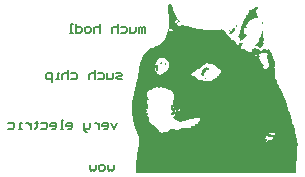
<source format=gbo>
G04*
G04 #@! TF.GenerationSoftware,Altium Limited,Altium Designer,21.9.1 (22)*
G04*
G04 Layer_Color=32896*
%FSLAX25Y25*%
%MOIN*%
G70*
G04*
G04 #@! TF.SameCoordinates,0F29A8BA-E8F9-4293-BDD9-90E20D7A2386*
G04*
G04*
G04 #@! TF.FilePolarity,Positive*
G04*
G01*
G75*
%ADD49C,0.00500*%
G36*
X342637Y186128D02*
X342658Y186021D01*
X342722Y186000D01*
X342744Y185936D01*
X342829Y185893D01*
X342915Y185808D01*
X343000Y185765D01*
X343064Y185701D01*
X343107Y185530D01*
X343000Y185337D01*
X342915Y185295D01*
X342808Y185188D01*
X342765Y185102D01*
X342637Y184803D01*
X342594Y184547D01*
X342466Y184419D01*
X342509Y184120D01*
X342594Y184034D01*
X342637Y183949D01*
X342808Y183778D01*
X342851Y183607D01*
X342808Y183351D01*
X342765Y183222D01*
X342808Y183180D01*
X342765Y183137D01*
X342915Y182945D01*
X343000Y182987D01*
X343128Y182945D01*
X343342Y182902D01*
X343363Y182838D01*
X343278Y182752D01*
X343235Y182496D01*
X343171Y182389D01*
X342957Y182304D01*
X342701Y182218D01*
X342530Y182175D01*
X342359Y182218D01*
X342081Y182239D01*
X341932Y182175D01*
X341868Y182111D01*
X341825Y182026D01*
X341761Y181962D01*
X341462Y181791D01*
X341376Y181705D01*
X341035Y181791D01*
X340757Y181684D01*
X340693Y181620D01*
X340607Y181577D01*
X340543Y181513D01*
X340500Y181428D01*
X340287Y181214D01*
X340244Y181128D01*
X340052Y180936D01*
X339945Y180915D01*
X339902Y180787D01*
X340030Y180488D01*
X339988Y180402D01*
X339881Y180295D01*
X339582Y180124D01*
X339475Y180017D01*
X339432Y179932D01*
X339368Y179868D01*
X339154Y179740D01*
X339090Y179676D01*
X339133Y179376D01*
X339389Y179248D01*
X339411Y179141D01*
X339282Y179013D01*
X338941Y179056D01*
X338855Y179099D01*
X338471Y178885D01*
X338364Y178778D01*
X338406Y178607D01*
X338535Y178522D01*
X338577Y178351D01*
X338535Y178223D01*
X338406Y178009D01*
X338428Y177432D01*
X338406Y177197D01*
X338535Y176983D01*
X338642Y176877D01*
X339090Y176770D01*
X339304Y176727D01*
X339389Y176684D01*
X339325Y176321D01*
X339112Y175979D01*
X339005Y175873D01*
X338941Y175637D01*
X338877Y175573D01*
X338855Y175509D01*
X338684Y175467D01*
X338471Y175338D01*
X338300Y175125D01*
X338086Y175039D01*
X337915Y174996D01*
X337787Y174954D01*
X337488Y174911D01*
X337402Y174697D01*
X337360Y174655D01*
X337296Y174719D01*
X337338Y175018D01*
X337146Y175381D01*
X337060Y175424D01*
X336825Y175659D01*
X336783Y175744D01*
X336697Y175958D01*
X336654Y176086D01*
X336740Y176300D01*
X336761Y176407D01*
X336740Y176513D01*
X336954Y176898D01*
X337039Y176983D01*
X337167Y177283D01*
X337253Y177582D01*
X337296Y177881D01*
X337338Y178351D01*
X337552Y178650D01*
X337595Y178821D01*
X337637Y179120D01*
X337680Y179547D01*
X337723Y179676D01*
X337851Y179889D01*
X337979Y180017D01*
X338022Y180103D01*
X338150Y180231D01*
X338193Y180402D01*
X338278Y180701D01*
X338321Y180872D01*
X338428Y181363D01*
X338577Y181598D01*
X338663Y181812D01*
X338706Y181983D01*
X338748Y182239D01*
X338812Y182304D01*
X338983Y182346D01*
X339090Y182453D01*
Y182496D01*
X339112Y182517D01*
X339133Y182539D01*
X339090Y182667D01*
X339133Y182923D01*
X339240Y183030D01*
X339325Y183073D01*
X339560Y183265D01*
X339603Y183351D01*
X339817Y183650D01*
X339924Y183927D01*
X340073Y184248D01*
X340159Y184333D01*
X340265Y184611D01*
X340329Y184675D01*
X340351Y184739D01*
X340522Y184782D01*
X340778Y184825D01*
X340928Y184932D01*
X340970Y185017D01*
X341056Y185102D01*
X341077Y185167D01*
X341419Y185252D01*
X341675Y185295D01*
X341911Y185530D01*
X341953Y185615D01*
X342060Y185765D01*
X342445Y185978D01*
X342509Y186043D01*
X342551Y186171D01*
X342573Y186192D01*
X342637Y186128D01*
D02*
G37*
G36*
X314071Y186919D02*
X314199Y186790D01*
X314284Y186748D01*
X314562Y186214D01*
X314648Y186000D01*
X314690Y185829D01*
X314755Y185594D01*
X314861Y185316D01*
X314926Y184996D01*
X315139Y184654D01*
X315289Y184504D01*
X315353Y184227D01*
X315395Y183885D01*
X315460Y183564D01*
X315524Y183415D01*
X315631Y183393D01*
X315652Y183329D01*
X315866Y183244D01*
X315930Y183180D01*
X316015Y182880D01*
X316058Y182581D01*
X316079Y182218D01*
X316058Y182197D01*
X316101Y182069D01*
X316122Y181962D01*
X316186Y181940D01*
X316207Y181876D01*
X316400Y181769D01*
X316421Y181663D01*
X316122Y181620D01*
X316037Y181577D01*
X315994Y181620D01*
X315908Y181534D01*
X315780Y181492D01*
X315631Y181342D01*
X315673Y180872D01*
X315823Y180680D01*
X316143Y180530D01*
X316101Y180402D01*
X316143Y180274D01*
X316207Y179953D01*
X316293Y179825D01*
X316378Y179782D01*
X316507Y179654D01*
X316806Y179569D01*
X317147Y179612D01*
X317404Y179740D01*
X317532Y179697D01*
X317575Y179740D01*
X317703Y179697D01*
X318088Y179740D01*
X318301Y179825D01*
X318494Y179804D01*
X318515Y179740D01*
X318600Y179697D01*
X318686Y179612D01*
X318857Y179569D01*
X318985Y179526D01*
X319156Y179483D01*
X320032Y179419D01*
X320246Y179376D01*
X320609Y179270D01*
X320822Y179184D01*
X321100Y179077D01*
X321442Y178992D01*
X321912Y178864D01*
X322254Y178735D01*
X322831Y178671D01*
X323344Y178543D01*
X323792Y178436D01*
X324006Y178394D01*
X326228Y178351D01*
X326741Y178308D01*
X327403Y178287D01*
X327531Y178330D01*
X328407Y178308D01*
X329070Y178330D01*
X329198Y178287D01*
X330138Y178244D01*
X330266Y178201D01*
X330651Y178244D01*
X330950Y178372D01*
X331591Y178330D01*
X331719Y178287D01*
X331933Y178159D01*
X332082Y178009D01*
X332125Y177924D01*
X332296Y177753D01*
X332381Y177539D01*
X332595Y177154D01*
X332766Y176898D01*
X332894Y176684D01*
X332958Y176620D01*
X333257Y176449D01*
X333450Y176086D01*
X333834Y175701D01*
X333877Y175616D01*
X334112Y175381D01*
X334197Y175338D01*
X334539Y174996D01*
X334625Y174954D01*
X334710Y174868D01*
X335180Y174697D01*
X335373Y174505D01*
X335415Y174420D01*
X335608Y174185D01*
X335672Y174120D01*
X335714Y174035D01*
X335800Y173950D01*
X335928Y173736D01*
X336120Y173501D01*
X336248Y173373D01*
X336548Y173287D01*
X336740Y173394D01*
X336783Y173479D01*
X336975Y173757D01*
X337060Y173800D01*
X337189Y173928D01*
X337360Y173971D01*
X337530Y173928D01*
X337595Y173864D01*
X337445Y173757D01*
X337381Y173522D01*
X337402Y173287D01*
X337530Y173245D01*
X337723Y173351D01*
X337744Y173586D01*
X337723Y173693D01*
X337766Y173736D01*
X337723Y173779D01*
X337979Y173821D01*
X338129Y174014D01*
X338321Y173992D01*
X338342Y173885D01*
X338236Y173736D01*
X337894Y173394D01*
X337851Y173266D01*
X337701Y173073D01*
X337488Y172988D01*
X337381Y172881D01*
X337424Y172582D01*
X337616Y172347D01*
X337958Y172005D01*
X338236Y171898D01*
X338513Y171877D01*
X338642Y171920D01*
X338855Y171877D01*
X338919Y171813D01*
X338962Y171728D01*
X339090Y171599D01*
X339112Y171535D01*
X339197Y171493D01*
X339539Y171279D01*
X339817Y171172D01*
X339966Y171108D01*
X340265Y170937D01*
X340393Y170852D01*
X340372Y170830D01*
X340735Y170681D01*
X340949Y170723D01*
X341013Y170787D01*
X341056Y170958D01*
X341141Y171514D01*
X341248Y171706D01*
X341291Y171663D01*
X341419Y171792D01*
X341675Y171834D01*
X341889Y171962D01*
X341953Y172027D01*
X341975Y172091D01*
X342145Y172133D01*
X342445Y172091D01*
X342658Y172005D01*
X342829Y171962D01*
X343513Y171920D01*
X343812Y171364D01*
X343898Y171321D01*
X344026Y171279D01*
X344453Y171321D01*
X344538Y171407D01*
X344624Y171450D01*
X344731Y171599D01*
X344880Y171749D01*
X344966Y171792D01*
X345051Y171877D01*
X345137Y171920D01*
X345350Y172005D01*
X345692Y171962D01*
X345799Y171856D01*
X345842Y171343D01*
X345991Y171193D01*
X346205Y171236D01*
X346312Y171428D01*
X346376Y171663D01*
X346590Y171749D01*
X346761Y171706D01*
X346867Y171642D01*
X346889Y171578D01*
X346974Y171535D01*
X347081Y171428D01*
X347124Y171343D01*
X347893Y170104D01*
X347978Y169805D01*
X348192Y169249D01*
X348256Y169014D01*
X348534Y168480D01*
X348577Y168053D01*
X348748Y167668D01*
X348683Y167348D01*
X348662Y167155D01*
X348705Y167027D01*
X348748Y166472D01*
X348705Y166001D01*
X348662Y165873D01*
X348705Y165403D01*
X348748Y165275D01*
X348705Y164591D01*
X348748Y164463D01*
X348812Y162946D01*
X348897Y162433D01*
X348961Y162198D01*
X349004Y162113D01*
X349175Y161856D01*
X349367Y161322D01*
X349474Y161045D01*
X349517Y160874D01*
X349944Y159976D01*
X350029Y159763D01*
X350115Y159421D01*
X350222Y159143D01*
X350393Y158887D01*
X350457Y158823D01*
X351098Y157583D01*
X351183Y157498D01*
X351311Y157284D01*
X351397Y157071D01*
X351653Y156515D01*
X351717Y156152D01*
X351846Y155810D01*
X351888Y155725D01*
X351952Y155703D01*
X351995Y155618D01*
X352081Y155532D01*
X352123Y155404D01*
X352252Y155105D01*
X352358Y154827D01*
X352444Y154613D01*
X352551Y154378D01*
X352636Y154165D01*
X352700Y153631D01*
X352850Y153267D01*
X352935Y152968D01*
X352999Y152733D01*
X353106Y152455D01*
X353149Y152156D01*
X353277Y151729D01*
X353320Y151302D01*
X353512Y151067D01*
X353747Y150746D01*
X353790Y150575D01*
X353833Y150276D01*
X353875Y150105D01*
X354089Y149635D01*
X354153Y149357D01*
X354303Y148866D01*
X354367Y148332D01*
X354452Y148118D01*
X354495Y147947D01*
X354559Y147755D01*
X354623Y147221D01*
X354773Y146986D01*
X354944Y146815D01*
X355029Y146516D01*
X355072Y146217D01*
X355243Y145960D01*
X355328Y145618D01*
X355371Y145362D01*
X355627Y144807D01*
X355606Y144059D01*
X355649Y143845D01*
X355713Y143653D01*
X355755Y143482D01*
X355713Y143311D01*
X355755Y142884D01*
X355969Y142414D01*
X356055Y142200D01*
X356033Y141751D01*
X356076Y141538D01*
X356119Y141367D01*
X356268Y141089D01*
X356311Y140918D01*
X356397Y140320D01*
X356332Y138675D01*
X356290Y138119D01*
X356268Y138012D01*
X356311Y137884D01*
X356290Y137264D01*
X356311Y136730D01*
X356268Y136602D01*
X356311Y136175D01*
X356332Y136068D01*
X356247Y135598D01*
X356097Y135107D01*
X356055Y134935D01*
X355991Y134230D01*
X355948Y134060D01*
X355841Y133696D01*
X355798Y131603D01*
X355841Y131303D01*
X355820Y130598D01*
X302640Y130620D01*
X302597Y132970D01*
X302640Y133098D01*
X302683Y134765D01*
X302726Y134893D01*
X302768Y136004D01*
X302811Y136132D01*
X302854Y136730D01*
X302896Y136858D01*
X303003Y137521D01*
X303067Y137756D01*
X303196Y138183D01*
X303238Y138482D01*
X303345Y138931D01*
X303431Y139358D01*
X303473Y139615D01*
X303559Y140042D01*
X303602Y141068D01*
X303623Y141687D01*
X303580Y141815D01*
X303538Y142328D01*
X303409Y142627D01*
X303367Y142798D01*
X303281Y143097D01*
X303110Y143482D01*
X303003Y143760D01*
X302896Y143995D01*
X302768Y144294D01*
X302490Y145084D01*
X302448Y145255D01*
X302298Y145618D01*
X302213Y145918D01*
X302170Y146089D01*
X301999Y146644D01*
X301956Y146815D01*
X301871Y147114D01*
X301743Y147627D01*
X301636Y147905D01*
X301551Y148247D01*
X301508Y148631D01*
X301444Y149037D01*
X301358Y149251D01*
X301230Y150148D01*
X301187Y150832D01*
X301166Y151323D01*
X301251Y151836D01*
X301273Y152156D01*
X301230Y152285D01*
X301187Y152541D01*
X301102Y152755D01*
X301145Y153951D01*
X301187Y154122D01*
X301230Y154421D01*
X301294Y154955D01*
X301379Y155169D01*
X301529Y155447D01*
X301572Y156045D01*
X301700Y156344D01*
X301785Y156643D01*
X301828Y157071D01*
X301871Y157412D01*
X301956Y157626D01*
X302021Y157989D01*
X302063Y158160D01*
X302149Y158673D01*
X302277Y159314D01*
X302405Y159656D01*
X302469Y159891D01*
X302576Y160382D01*
X302619Y160596D01*
X302683Y160788D01*
X302811Y161087D01*
X302875Y161365D01*
X302918Y161536D01*
X302982Y161771D01*
X303067Y162070D01*
X303196Y162797D01*
X303238Y163224D01*
X303324Y163737D01*
X303367Y163908D01*
X303431Y164313D01*
X303452Y164591D01*
X303409Y164719D01*
X303473Y165168D01*
X303516Y165382D01*
X303559Y165766D01*
X303602Y166023D01*
X303644Y166236D01*
X303730Y166578D01*
X303772Y166792D01*
X303858Y167134D01*
X303922Y167369D01*
X304221Y168010D01*
X304478Y168565D01*
X304563Y168865D01*
X304627Y169099D01*
X304884Y169527D01*
X305140Y170040D01*
X305290Y170275D01*
X305589Y170659D01*
X305802Y170873D01*
X305845Y170958D01*
X306037Y171193D01*
X306379Y171535D01*
X306465Y171578D01*
X306721Y171749D01*
X306977Y171792D01*
X307618Y172091D01*
X308088Y172304D01*
X308687Y172518D01*
X309242Y172774D01*
X309328Y172817D01*
X309370D01*
X309755Y173031D01*
X310097Y173245D01*
X310396Y173415D01*
X310481Y173501D01*
X310567Y173544D01*
X310652Y173629D01*
X310738Y173672D01*
X310823Y173757D01*
X310909Y173800D01*
X311656Y174548D01*
X311699Y174633D01*
X311785Y174719D01*
X311827Y174804D01*
X312041Y175018D01*
X312169Y175232D01*
X312340Y175488D01*
X312383Y175573D01*
X312682Y176214D01*
X312938Y176813D01*
X313002Y177090D01*
X313024Y177283D01*
X312981Y177411D01*
X313024Y177624D01*
X313195Y177881D01*
X313216Y178201D01*
X313195Y178607D01*
X313366Y178906D01*
X313451Y179206D01*
X313515Y179526D01*
X313558Y179868D01*
X313601Y180295D01*
X313622Y181043D01*
X313579Y181171D01*
X313537Y182966D01*
X313494Y183094D01*
X313430Y183415D01*
X313366Y183607D01*
X313323Y183778D01*
X313280Y184205D01*
X313259Y184739D01*
X313280Y185829D01*
X313238Y185872D01*
X313280Y186000D01*
X313323Y186342D01*
X313579Y186812D01*
X313686Y186919D01*
X313857Y186961D01*
X314071Y186919D01*
D02*
G37*
G36*
X316635Y181577D02*
X316870Y181513D01*
X316977Y181449D01*
X316998Y181428D01*
X317126Y181128D01*
X317062Y180979D01*
X316891Y180936D01*
X316549Y181064D01*
X316507Y181235D01*
X316485Y181598D01*
X316507Y181620D01*
X316635Y181577D01*
D02*
G37*
G36*
X316400Y180829D02*
X316357Y180573D01*
X316314Y180530D01*
X316293Y180509D01*
X316186Y180573D01*
X316229Y180744D01*
X316293Y180851D01*
X316400Y180829D01*
D02*
G37*
G36*
X344774Y180701D02*
X344795Y180594D01*
X344752Y180423D01*
X344624Y180295D01*
X344474Y180316D01*
X344453Y180423D01*
X344538Y180637D01*
X344624Y180680D01*
X344645Y180701D01*
X344709Y180765D01*
X344774Y180701D01*
D02*
G37*
G36*
X336676Y180124D02*
X336697Y179932D01*
X336590Y179825D01*
X336334Y179782D01*
X336248Y179569D01*
X336227Y179547D01*
X336270Y179419D01*
X336227Y179291D01*
X336078Y179270D01*
X336014Y179334D01*
X335992Y179355D01*
X335928Y179547D01*
X335971Y179761D01*
X336120Y179953D01*
X336206Y179996D01*
X336590Y180167D01*
X336676Y180124D01*
D02*
G37*
G36*
X344731Y178308D02*
X344709Y178287D01*
X344667Y178244D01*
X344645Y178308D01*
X344709Y178372D01*
X344731Y178308D01*
D02*
G37*
G36*
X333791Y178137D02*
X333877Y178052D01*
X333813Y177945D01*
X333685Y177902D01*
X333535Y178052D01*
X333599Y178116D01*
X333770Y178159D01*
X333791Y178137D01*
D02*
G37*
G36*
X335458Y178693D02*
X335415Y178565D01*
X335458Y178265D01*
X335501Y178137D01*
X335458Y177924D01*
X335266Y177731D01*
X335202Y177710D01*
X335159Y177624D01*
X334924Y177389D01*
X334838Y177347D01*
X334796Y177304D01*
X334774Y177283D01*
X334518Y177026D01*
X334496Y176962D01*
X334411Y176919D01*
X334112Y176791D01*
X333770Y176834D01*
X333578Y176983D01*
X333535Y177197D01*
X333706Y177496D01*
X333770Y177603D01*
X333834Y177624D01*
X333856Y177689D01*
X333941Y177731D01*
X334069Y177774D01*
X334240Y177817D01*
X334368Y177859D01*
X334561Y177966D01*
X334603Y178265D01*
X334518Y178479D01*
X334582Y178586D01*
X334988Y178735D01*
X335308Y178842D01*
X335458Y178693D01*
D02*
G37*
G36*
X337680Y173779D02*
X337659Y173757D01*
X337637Y173779D01*
X337659Y173800D01*
X337680Y173779D01*
D02*
G37*
G36*
X344731Y177710D02*
X344816Y177496D01*
X344902Y176727D01*
X344859Y176684D01*
X344902Y176556D01*
X344838Y176150D01*
X344795Y175937D01*
X344731Y175873D01*
X344688Y175573D01*
X344752Y175509D01*
X344816Y175531D01*
X344838Y175595D01*
X345137Y175424D01*
X345180Y175253D01*
X345201Y175103D01*
X345158Y174975D01*
X345094Y174697D01*
X344966Y174355D01*
X344944Y174078D01*
X345030Y173864D01*
X344902Y173650D01*
X344838Y173501D01*
X344902Y173266D01*
X344880Y173116D01*
X344795Y173073D01*
X344667Y172945D01*
X344581Y172903D01*
X344453Y172774D01*
X344368Y172732D01*
X344282Y172646D01*
X344197Y172603D01*
X344068Y172475D01*
X343812Y172347D01*
X343684Y172390D01*
X343513Y172433D01*
X343214Y172646D01*
X343128Y172689D01*
X342915Y172817D01*
X342573Y172774D01*
X342380Y172924D01*
X342338Y173095D01*
X342423Y173309D01*
X342551Y173437D01*
X342594Y173522D01*
X342765Y173693D01*
X342808Y173779D01*
X343021Y173992D01*
X343363Y174676D01*
Y174719D01*
X343492Y175018D01*
X343534Y175189D01*
X343620Y175402D01*
X343812Y175637D01*
X343919Y175744D01*
X344004Y175958D01*
X344111Y176236D01*
X344175Y176300D01*
X344282Y176577D01*
X344346Y176813D01*
X344389Y177154D01*
X344346Y177197D01*
X344389Y177325D01*
X344453Y177603D01*
X344496Y177689D01*
X344581Y177731D01*
X344624Y177774D01*
X344731Y177710D01*
D02*
G37*
%LPC*%
G36*
X314584Y178629D02*
X314199Y178586D01*
X314156D01*
X313814Y178543D01*
X313708Y178479D01*
X313686Y178415D01*
X313622Y178394D01*
X313601Y178201D01*
X313686Y177988D01*
X313814Y177859D01*
X314114Y177902D01*
X314242Y177945D01*
X314370Y177902D01*
X314584Y177988D01*
X314690Y178094D01*
X314648Y178565D01*
X314584Y178629D01*
D02*
G37*
G36*
X342487Y170040D02*
X342445Y169997D01*
X342402D01*
X342274Y169954D01*
X342210Y169847D01*
X342295Y169805D01*
X342338Y169719D01*
X342530Y169655D01*
X342744Y169698D01*
X342851Y169762D01*
X342808Y169847D01*
X342701Y169954D01*
X342487Y170040D01*
D02*
G37*
G36*
X344880Y170681D02*
X344368Y170638D01*
X344154Y170552D01*
X343769Y170339D01*
X343577Y170189D01*
X343534Y170018D01*
X343577Y169847D01*
X343705Y169548D01*
X343791Y169334D01*
X343748Y169164D01*
X343663Y169121D01*
X343620Y169035D01*
X343577Y168907D01*
X343620Y168693D01*
X343748Y168565D01*
X343791Y168095D01*
X344068Y167732D01*
X344132Y167711D01*
X344175Y167625D01*
X344517Y167283D01*
X344560Y167198D01*
X344816Y166728D01*
X345030Y166514D01*
X344987Y166172D01*
X344944Y166044D01*
X344987Y165831D01*
X345244Y165360D01*
X345436Y165126D01*
X345607Y165083D01*
X345884Y165232D01*
X345906Y165296D01*
X345991Y165339D01*
X346376Y165724D01*
X346461Y165766D01*
X346696Y166001D01*
X346739Y166172D01*
X346696Y167241D01*
X346654Y167369D01*
X346696Y167497D01*
X346654Y167924D01*
X346568Y168138D01*
X346504Y168416D01*
X346461Y168587D01*
X346355Y168736D01*
X346290Y168843D01*
X346226Y168865D01*
X346290Y169783D01*
X346355Y170018D01*
X346376Y170125D01*
X346355Y170232D01*
Y170275D01*
X346312Y170360D01*
X346205Y170467D01*
X346077Y170510D01*
X345778Y170381D01*
X345521Y170552D01*
X345308Y170638D01*
X344880Y170681D01*
D02*
G37*
G36*
X311464Y168800D02*
X311336Y168758D01*
X310481Y168715D01*
X309926Y168416D01*
X309819Y168352D01*
X309776Y168266D01*
X309563Y168053D01*
X309520Y167967D01*
X309221Y167412D01*
X309050Y167155D01*
X309007Y166856D01*
X309050Y166600D01*
X309114Y166536D01*
X309370Y166578D01*
X309627Y167048D01*
X309926Y167219D01*
X310075Y167454D01*
X310139Y167518D01*
X310268Y167476D01*
X310332Y167412D01*
X310310Y167134D01*
X310139Y167091D01*
X309990Y167027D01*
X309947Y166856D01*
X309840Y166407D01*
X309755Y166066D01*
X309734Y165660D01*
X309776Y165531D01*
X309905Y165019D01*
X309862Y164591D01*
X309755Y164485D01*
X309584Y164442D01*
X309541Y164485D01*
X309520Y164506D01*
X309306Y164890D01*
X309199Y164997D01*
X309114Y165040D01*
X309071Y165211D01*
X309093Y165660D01*
X308943Y165852D01*
X308836Y165873D01*
X308751Y165788D01*
X308708Y165617D01*
X308751Y165147D01*
X308964Y164933D01*
X309007Y164762D01*
X309071Y164527D01*
X309135Y164378D01*
X309199Y164313D01*
X309285Y164271D01*
X309477Y164078D01*
X309648Y163779D01*
X310011Y163587D01*
X310310Y163373D01*
X310610Y163331D01*
X310994Y163373D01*
X311293Y163544D01*
X311486Y163694D01*
X311528Y163779D01*
X311721Y163972D01*
X311998Y164078D01*
X312233Y164228D01*
X312810Y164805D01*
X312853Y164890D01*
X313045Y165126D01*
X313152Y165275D01*
X313238Y165360D01*
X313366Y165660D01*
X313579Y166215D01*
X313622Y166386D01*
X313601Y167006D01*
X313622Y167326D01*
X313451Y167625D01*
X313302Y167732D01*
X313067Y167924D01*
X312938Y168053D01*
X312896Y168138D01*
X312661Y168373D01*
X311934Y168715D01*
X311763Y168758D01*
X311464Y168800D01*
D02*
G37*
G36*
X326378Y167091D02*
X325993Y167048D01*
X325737Y166877D01*
X325459Y166771D01*
X325224Y166621D01*
X324989Y166429D01*
X324797Y166236D01*
X324711Y166194D01*
X324625Y166108D01*
X324540Y166066D01*
X324305Y165873D01*
X324091Y165660D01*
X324070Y165595D01*
X324049Y165574D01*
X323942Y165467D01*
X323515Y165296D01*
X323344Y165254D01*
X323002Y165211D01*
X322852Y165104D01*
X322810Y165019D01*
X322681Y164805D01*
X322617Y164741D01*
X322446Y164698D01*
X322168Y164591D01*
X321955Y164207D01*
X321891Y164143D01*
X321528Y164078D01*
X321207Y163758D01*
X321122Y163715D01*
X321015Y163609D01*
X320929Y163395D01*
X320972Y163224D01*
X321079Y163074D01*
X321378Y162989D01*
X321848Y162946D01*
X321955Y162839D01*
X321998Y162754D01*
X322062Y162690D01*
X322361Y162562D01*
X322446Y162519D01*
X322553Y162412D01*
X322703Y162006D01*
X322745Y161921D01*
X323044Y161792D01*
X323472Y161664D01*
X323920Y161600D01*
X324262Y161472D01*
X324497Y161408D01*
X324668Y161365D01*
X325160Y161258D01*
X325673Y161173D01*
X325886Y161130D01*
X326121Y161109D01*
X326335Y161237D01*
X326463Y161365D01*
X326634Y161408D01*
X326890Y161365D01*
X327104Y161280D01*
X327574Y161322D01*
X327937Y161600D01*
X327980Y161686D01*
X328044Y161750D01*
X328215Y161792D01*
X328642Y161835D01*
X328984Y162177D01*
X329198Y162305D01*
X329497Y162519D01*
X329582Y162562D01*
X329646Y162626D01*
X329689Y162711D01*
X329882Y162946D01*
X330117Y163138D01*
X330330Y163523D01*
X330757Y163950D01*
X330800Y164036D01*
X330886Y164250D01*
X330928Y164420D01*
X330971Y164719D01*
X331035Y164784D01*
X331142Y164805D01*
X331099Y164933D01*
X331035Y164954D01*
X330907Y164826D01*
X330736Y164869D01*
X330501Y165061D01*
X330266Y165296D01*
X329882Y165510D01*
X329646Y165702D01*
X329497Y165852D01*
X329412Y165895D01*
X329176Y166087D01*
X328984Y166279D01*
X328770Y166365D01*
X328429Y166493D01*
X328130Y166707D01*
X327788Y166792D01*
X327446Y166835D01*
X327318Y166877D01*
X327018Y166920D01*
X326549Y167048D01*
X326378Y167091D01*
D02*
G37*
G36*
X309755Y159143D02*
X309093Y159079D01*
X308729Y159015D01*
X308601Y158887D01*
X308387Y158801D01*
X308217Y158758D01*
X308003Y158673D01*
X307939Y158609D01*
X307982Y158352D01*
X308024Y158310D01*
X307960Y158203D01*
X307747Y158117D01*
X307191Y158160D01*
X306977Y158117D01*
X306678Y157904D01*
X306443Y157712D01*
X306315Y157583D01*
X306230Y157284D01*
X306166Y157006D01*
X306101Y156771D01*
X306059Y156600D01*
X306101Y156216D01*
X306358Y155660D01*
X306422Y155383D01*
X306550Y155254D01*
X306871Y155190D01*
X307020Y155084D01*
X307084Y155019D01*
X307042Y154849D01*
X306977Y154784D01*
X306849Y154742D01*
X306721Y154784D01*
X306507Y154913D01*
X306379Y154955D01*
X306251Y154913D01*
X306144Y154635D01*
X306187Y154165D01*
X306272Y153951D01*
X306358Y153652D01*
X306400Y153481D01*
X306443Y153139D01*
X306486Y153011D01*
X306443Y152883D01*
X306379Y152605D01*
X306358Y152498D01*
X306400Y152370D01*
X306486Y152156D01*
X306465Y151921D01*
X306358Y151900D01*
X306037Y151921D01*
X305930Y151814D01*
X305973Y151686D01*
X306187Y151473D01*
X306144Y151131D01*
X305930Y150917D01*
X305909Y150810D01*
X305952Y150725D01*
X306123Y150682D01*
X306379Y150639D01*
X306443Y150575D01*
X306400Y150233D01*
X306230Y149849D01*
X306187Y149678D01*
X306230Y149592D01*
X306336Y149486D01*
X306635Y149400D01*
X306849Y149272D01*
X306871Y149123D01*
X306828Y148994D01*
X306785Y148823D01*
X306828Y148054D01*
X306999Y147755D01*
X307084Y147670D01*
X307127Y147584D01*
X307383Y147328D01*
X307554Y147029D01*
X307661Y146922D01*
X307747Y146879D01*
X307896Y146730D01*
X307917Y146665D01*
X308131Y146580D01*
X308430Y146537D01*
X309135Y145832D01*
X309178Y145747D01*
X309263Y145661D01*
X309306Y145576D01*
X309370Y145512D01*
X309456Y145469D01*
X309584Y145341D01*
X309648Y145319D01*
X309691Y145234D01*
X309840Y144913D01*
X310182Y144828D01*
X310246Y144636D01*
X310289Y144336D01*
X310353Y144272D01*
X310738Y144102D01*
X310909Y144059D01*
X311186Y143952D01*
X311293Y143930D01*
X311507Y144059D01*
X311571Y144123D01*
X311614Y144208D01*
X311656Y144336D01*
X311699Y144678D01*
X311763Y144743D01*
X312105Y144700D01*
X312126Y144636D01*
X312084Y144507D01*
X312062Y144315D01*
X312191Y144272D01*
X312276Y144315D01*
X312298Y144379D01*
X312255Y144465D01*
X312319Y144614D01*
X312575Y144571D01*
X312832Y144315D01*
X313002Y144272D01*
X313174Y144315D01*
X313280Y144422D01*
X313408Y144636D01*
X313515Y144785D01*
X313601Y144828D01*
X313665Y144892D01*
X313708Y145020D01*
X313836Y145234D01*
X313900Y145298D01*
X314199Y145341D01*
X314755Y145298D01*
X314883Y145341D01*
X315267Y145298D01*
X315374Y145191D01*
X315417Y145106D01*
X315481Y145042D01*
X315566Y144999D01*
X315780Y144913D01*
X316677Y144956D01*
X316806Y144913D01*
X317019Y145042D01*
X317404Y145341D01*
X317468Y145405D01*
X317511Y145490D01*
X317575Y145554D01*
X317746Y145597D01*
X318429Y145640D01*
X318558Y145683D01*
X319028Y145640D01*
X319284Y145469D01*
X319690Y145618D01*
X320010Y145640D01*
X320139Y145512D01*
X320310Y145469D01*
X320566Y145512D01*
X320716Y145661D01*
X320737Y145725D01*
X320822Y145768D01*
X320929Y145875D01*
X320908Y146024D01*
X320929Y146046D01*
X320886Y146174D01*
X320993Y146324D01*
X321207Y146281D01*
X321463Y146110D01*
X321805Y146024D01*
X322147Y146067D01*
X322211Y146131D01*
X322254Y146302D01*
X322297Y146687D01*
X322361Y146751D01*
X322446Y146794D01*
X322532Y146879D01*
X322873Y146965D01*
X323087Y147007D01*
X323151Y147071D01*
X323194Y147242D01*
X323237Y147584D01*
X323322Y147670D01*
X323365Y147798D01*
X323515Y147947D01*
X323899Y148161D01*
X324006Y148396D01*
X323963Y148524D01*
X323835Y148738D01*
X323728Y148845D01*
X323643Y148887D01*
X323429Y148973D01*
X323130Y149016D01*
X322831Y148973D01*
X322617Y148887D01*
X321955Y148909D01*
X321741Y148781D01*
X321698Y148695D01*
X321634Y148631D01*
X321421Y148674D01*
X321292Y148716D01*
X320993Y148674D01*
X320737Y148503D01*
X320438Y148417D01*
X320096Y148375D01*
X319968Y148332D01*
X319754Y148247D01*
X319412Y148161D01*
X319156Y148118D01*
X318771Y147947D01*
X318173Y147905D01*
X317618Y147520D01*
X317318Y147434D01*
X317190Y147477D01*
X317083Y147584D01*
X316955Y147798D01*
X316891Y147862D01*
X316549Y147947D01*
X316058Y148054D01*
X315844Y148140D01*
X315417Y148396D01*
X315289Y148524D01*
X315182Y148716D01*
X314968Y148845D01*
X314904Y149037D01*
X314947Y149208D01*
X315011Y149272D01*
X315096Y149315D01*
X315289Y149507D01*
X315460Y149806D01*
X315545Y150020D01*
X315438Y150212D01*
X315267Y150255D01*
X315096Y150212D01*
X314797Y149913D01*
X314584Y149828D01*
X314520Y149892D01*
X314477Y149977D01*
X314306Y150276D01*
X314220Y150490D01*
X314327Y150597D01*
X314733Y150746D01*
X314819Y150832D01*
X314861Y151003D01*
X314819Y151302D01*
X314669Y151494D01*
X314327Y151451D01*
X314199Y151409D01*
X314114Y151451D01*
X314050Y151515D01*
X314092Y151814D01*
X314220Y151943D01*
X314263Y152028D01*
X314306Y152156D01*
X314263Y152370D01*
X314156Y152477D01*
X314071Y152520D01*
X314007Y152584D01*
X314050Y152755D01*
X314220Y153054D01*
X314413Y153118D01*
X314626Y153246D01*
X314690Y153310D01*
X314861Y153652D01*
Y153695D01*
X314904Y154122D01*
X314947Y154849D01*
X315032Y155062D01*
X315075Y155361D01*
X315203Y155789D01*
X315139Y156109D01*
X315096Y156280D01*
X315054Y157006D01*
X314947Y157284D01*
X314755Y157519D01*
X314669Y157605D01*
X314391Y157712D01*
X314242Y157818D01*
X314135Y157925D01*
X314114Y157989D01*
X314028Y158032D01*
X313729Y158160D01*
X313644Y158203D01*
X313216Y158502D01*
X313002Y158588D01*
X312532Y158801D01*
X312362Y158844D01*
X311870Y158908D01*
X311699Y158951D01*
X311486Y158993D01*
X311229Y159036D01*
X311016Y159079D01*
X310781Y159100D01*
X310652Y159057D01*
X310182Y158929D01*
X309883Y159100D01*
X309755Y159143D01*
D02*
G37*
G36*
X316336Y153417D02*
X316186Y153396D01*
X316229Y153225D01*
X316250Y153203D01*
X316357Y153267D01*
Y153310D01*
X316336Y153417D01*
D02*
G37*
G36*
X315139Y152690D02*
X315096D01*
X314883Y152648D01*
X314861Y152455D01*
X315011Y152306D01*
X315225Y152349D01*
X315267Y152520D01*
X315225Y152648D01*
X315139Y152690D01*
D02*
G37*
G36*
X316934Y151836D02*
X316763Y151750D01*
X316742Y151729D01*
X316656Y151515D01*
X316699Y151345D01*
X316763Y151280D01*
X316934Y151238D01*
X317126Y151345D01*
X317169Y151515D01*
X317126Y151772D01*
X316934Y151836D01*
D02*
G37*
G36*
X315780Y151537D02*
X315652Y151494D01*
X315609D01*
X315524Y151451D01*
X315417Y151345D01*
X315374Y151216D01*
X315481Y151024D01*
X315652Y150981D01*
X315951Y151024D01*
X316058Y151131D01*
X316015Y151430D01*
X315951Y151494D01*
X315780Y151537D01*
D02*
G37*
G36*
X316293Y149742D02*
X316271Y149721D01*
X316293Y149699D01*
X316314Y149721D01*
X316293Y149742D01*
D02*
G37*
G36*
X315438Y148973D02*
X315289Y148866D01*
X315310Y148759D01*
X315331Y148738D01*
X315481Y148716D01*
X315631Y148781D01*
X315588Y148951D01*
X315438Y148973D01*
D02*
G37*
G36*
X318344Y145383D02*
X318259Y145341D01*
X318194Y145277D01*
X318237Y145106D01*
X318259Y145084D01*
X318408Y145106D01*
X318429Y145255D01*
X318344Y145383D01*
D02*
G37*
G36*
X347786Y143930D02*
X347401Y143760D01*
X346910Y143695D01*
X346846Y143631D01*
X346632Y143503D01*
X346846Y143418D01*
X347209Y143396D01*
X347231Y143418D01*
X347359Y143375D01*
X347530Y143332D01*
X348042Y143290D01*
X348085Y143247D01*
X348213Y143290D01*
X348384Y143247D01*
X348598Y143290D01*
X348769Y143461D01*
X348833Y143482D01*
X348919Y143824D01*
X348897Y143845D01*
X348812Y143802D01*
X348683Y143845D01*
X348598Y143802D01*
X348384Y143717D01*
X348042Y143760D01*
X347914Y143888D01*
X347893Y143909D01*
X347786Y143930D01*
D02*
G37*
G36*
X345778Y143033D02*
X345671Y142969D01*
X345692Y142905D01*
X345778Y142862D01*
X345842Y142798D01*
X345799Y142670D01*
X345714Y142456D01*
X345671Y142285D01*
X345714Y141986D01*
X345778Y141922D01*
X345970Y141901D01*
X346119Y141922D01*
X346269Y141815D01*
X346226Y141473D01*
X346119Y141367D01*
X346034Y141324D01*
X345863Y141153D01*
X345842Y141132D01*
X345799Y141003D01*
X345863Y140939D01*
X346162Y140982D01*
X346226Y141046D01*
X346269Y141217D01*
X346333Y141281D01*
X346504Y141324D01*
X346632Y141367D01*
X347188Y141409D01*
X347701Y141452D01*
X347808Y141559D01*
X347850Y141858D01*
X348042Y142050D01*
X348256Y142136D01*
X348277Y142285D01*
X348128Y142435D01*
X347808Y142499D01*
X347637Y142542D01*
X347380Y142585D01*
X347038Y142627D01*
X346867Y142670D01*
X346632Y142777D01*
X346333Y142819D01*
X345991Y142862D01*
X345842Y142926D01*
X345799Y143012D01*
X345778Y143033D01*
D02*
G37*
%LPD*%
G36*
X311080Y167433D02*
X311144Y167369D01*
Y167326D01*
X311186Y167198D01*
X311144Y167070D01*
X311080Y167006D01*
X310674Y166941D01*
X310610Y166920D01*
X310588Y167070D01*
X310631Y167198D01*
X310738Y167433D01*
X310909Y167476D01*
X311080Y167433D01*
D02*
G37*
G36*
X312597Y167070D02*
X312554Y166813D01*
X312447Y166707D01*
X312191Y166664D01*
X312084Y166728D01*
X312041Y166813D01*
Y166856D01*
X312084Y167070D01*
X312148Y167134D01*
X312447Y167177D01*
X312597Y167070D01*
D02*
G37*
G36*
X326164Y165724D02*
X326463Y165595D01*
X326634Y165553D01*
X326848Y165467D01*
X326933Y165425D01*
X327040Y165318D01*
X326997Y165104D01*
X326762Y164997D01*
X326549Y164954D01*
X326335Y165040D01*
X326164Y165083D01*
X325993Y165040D01*
X325843Y164890D01*
X325758Y164677D01*
X325459Y164036D01*
X325331Y163609D01*
X325267Y163331D01*
X325224Y163074D01*
X325160Y162925D01*
X325053Y162818D01*
X324882Y162861D01*
X324625Y162903D01*
X324476Y163053D01*
X324391Y163267D01*
X324348Y163438D01*
X324391Y164164D01*
X324861Y165061D01*
X325053Y165254D01*
X325138Y165296D01*
X325224Y165382D01*
X325309Y165425D01*
X325523Y165638D01*
X325544Y165660D01*
X325779Y165766D01*
X326164Y165724D01*
D02*
G37*
G36*
X325758Y162113D02*
X325779Y161963D01*
X325758Y161942D01*
Y161899D01*
X325566Y161878D01*
X325459Y161985D01*
X325501Y162156D01*
X325694Y162177D01*
X325758Y162113D01*
D02*
G37*
G36*
X313921Y150789D02*
X313900Y150768D01*
X313878Y150789D01*
X313857Y150810D01*
X313836Y150960D01*
X313900Y150981D01*
X313921Y150789D01*
D02*
G37*
D49*
X296350Y147200D02*
X295351Y145201D01*
X294351Y147200D01*
X291852Y145201D02*
X292851D01*
X293351Y145700D01*
Y146700D01*
X292851Y147200D01*
X291852D01*
X291352Y146700D01*
Y146200D01*
X293351D01*
X290352Y147200D02*
Y145201D01*
Y146200D01*
X289852Y146700D01*
X289353Y147200D01*
X288853D01*
X287353D02*
Y145700D01*
X286854Y145201D01*
X285354D01*
Y144701D01*
X285854Y144201D01*
X286354D01*
X285354Y145201D02*
Y147200D01*
X279856Y145201D02*
X280855D01*
X281355Y145700D01*
Y146700D01*
X280855Y147200D01*
X279856D01*
X279356Y146700D01*
Y146200D01*
X281355D01*
X278356Y145201D02*
X277357D01*
X277856D01*
Y148199D01*
X278356D01*
X274358Y145201D02*
X275357D01*
X275857Y145700D01*
Y146700D01*
X275357Y147200D01*
X274358D01*
X273858Y146700D01*
Y146200D01*
X275857D01*
X270859Y147200D02*
X272358D01*
X272858Y146700D01*
Y145700D01*
X272358Y145201D01*
X270859D01*
X269359Y147700D02*
Y147200D01*
X269859D01*
X268859D01*
X269359D01*
Y145700D01*
X268859Y145201D01*
X267360Y147200D02*
Y145201D01*
Y146200D01*
X266860Y146700D01*
X266360Y147200D01*
X265860D01*
X264361Y145201D02*
X263361D01*
X263861D01*
Y147200D01*
X264361D01*
X259862D02*
X261362D01*
X261861Y146700D01*
Y145700D01*
X261362Y145201D01*
X259862D01*
X305405Y177272D02*
Y179271D01*
X304906D01*
X304406Y178771D01*
Y177272D01*
Y178771D01*
X303906Y179271D01*
X303406Y178771D01*
Y177272D01*
X302407Y179271D02*
Y177771D01*
X301907Y177272D01*
X300407D01*
Y179271D01*
X297408D02*
X298908D01*
X299408Y178771D01*
Y177771D01*
X298908Y177272D01*
X297408D01*
X296408Y180271D02*
Y177272D01*
Y178771D01*
X295909Y179271D01*
X294909D01*
X294409Y178771D01*
Y177272D01*
X290410Y180271D02*
Y177272D01*
Y178771D01*
X289911Y179271D01*
X288911D01*
X288411Y178771D01*
Y177272D01*
X286912D02*
X285912D01*
X285412Y177771D01*
Y178771D01*
X285912Y179271D01*
X286912D01*
X287411Y178771D01*
Y177771D01*
X286912Y177272D01*
X282413Y180271D02*
Y177272D01*
X283912D01*
X284412Y177771D01*
Y178771D01*
X283912Y179271D01*
X282413D01*
X281413Y177272D02*
X280414D01*
X280913D01*
Y180271D01*
X281413D01*
X297925Y161736D02*
X296426D01*
X295926Y162236D01*
X296426Y162736D01*
X297425D01*
X297925Y163235D01*
X297425Y163735D01*
X295926D01*
X294926D02*
Y162236D01*
X294426Y161736D01*
X292927D01*
Y163735D01*
X289928D02*
X291427D01*
X291927Y163235D01*
Y162236D01*
X291427Y161736D01*
X289928D01*
X288928Y164735D02*
Y161736D01*
Y163235D01*
X288428Y163735D01*
X287429D01*
X286929Y163235D01*
Y161736D01*
X280931Y163735D02*
X282430D01*
X282930Y163235D01*
Y162236D01*
X282430Y161736D01*
X280931D01*
X279931Y164735D02*
Y161736D01*
Y163235D01*
X279431Y163735D01*
X278432D01*
X277932Y163235D01*
Y161736D01*
X276932D02*
X275932D01*
X276432D01*
Y163735D01*
X276932D01*
X274433Y160736D02*
Y163735D01*
X272933D01*
X272433Y163235D01*
Y162236D01*
X272933Y161736D01*
X274433D01*
X295169Y133208D02*
Y131709D01*
X294670Y131209D01*
X294170Y131709D01*
X293670Y131209D01*
X293170Y131709D01*
Y133208D01*
X291670Y131209D02*
X290671D01*
X290171Y131709D01*
Y132708D01*
X290671Y133208D01*
X291670D01*
X292170Y132708D01*
Y131709D01*
X291670Y131209D01*
X289171Y133208D02*
Y131709D01*
X288671Y131209D01*
X288172Y131709D01*
X287672Y131209D01*
X287172Y131709D01*
Y133208D01*
M02*

</source>
